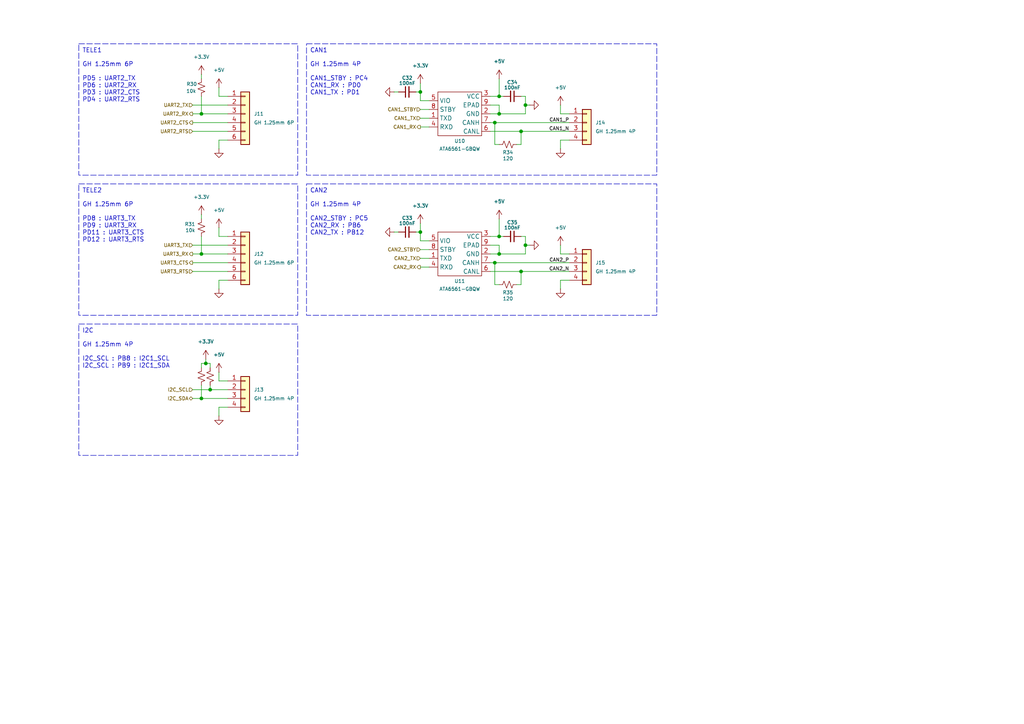
<source format=kicad_sch>
(kicad_sch (version 20231120) (generator "eeschema") (generator_version "8.0")
  (paper "A4")
  (title_block (title "Communication") (date "2025-02-23") (rev "A") (company "NARAE") (comment 1 "INHA Univ. Areo-modelling Club") (comment 2 "2024 Winter UAV Project "))
  (lib_symbols
    (symbol "ATA6561-GBQW:ATA6561-GBQW_2"
      (property "Reference" "U" (at 0 7.62 0))
      (symbol "ATA6561-GBQW_2_0_1"
        (pin output line (at -8.89 -1.27 0) (length 2.54) (name "TXD") (number "1"))
        (pin power_in line (at 8.89 0 180) (length 2.54) (name "GND") (number "2"))
        (pin power_in line (at 8.89 5.08 180) (length 2.54) (name "VCC") (number "3"))
        (pin input line (at -8.89 -3.81 0) (length 2.54) (name "RXD") (number "4"))
        (pin power_in line (at -8.89 3.81 0) (length 2.54) (name "VIO") (number "5"))
        (pin bidirectional line (at 8.89 -5.08 180) (length 2.54) (name "CANL") (number "6"))
        (pin bidirectional line (at -8.89 1.27 0) (length 2.54) (name "STBY") (number "8"))
      )
      (symbol "ATA6561-GBQW_2_1_1"
        (rectangle (start -6.35 6.35) (end 6.35 -6.35))
        (pin bidirectional line (at 8.89 -2.54 180) (length 2.54) (name "CANH") (number "7"))
        (pin power_in line (at 8.89 2.54 180) (length 2.54) (name "EPAD") (number "9"))
      )
    )
    (symbol "Connector_Generic:Conn_01x04" (pin_names (offset 1.016) hide)
      (property "Reference" "J" (at 0 5.08 0))
      (property "Value" "Conn_01x04" (at 0 -7.62 0))
      (symbol "Conn_01x04_1_1"
        (rectangle (start -1.27 -4.953) (end 0 -5.207) (stroke (width 0.1524)))
        (rectangle (start -1.27 -2.413) (end 0 -2.667) (stroke (width 0.1524)))
        (rectangle (start -1.27 0.127) (end 0 -0.127) (stroke (width 0.1524)))
        (rectangle (start -1.27 2.667) (end 0 2.413) (stroke (width 0.1524)))
        (rectangle (start -1.27 3.81) (end 1.27 -6.35) (stroke (width 0.254)) (fill (type background)))
        (pin passive line (at -5.08 2.54 0) (length 3.81) (name "Pin_1") (number "1"))
        (pin passive line (at -5.08 0 0) (length 3.81) (name "Pin_2") (number "2"))
        (pin passive line (at -5.08 -2.54 0) (length 3.81) (name "Pin_3") (number "3"))
        (pin passive line (at -5.08 -5.08 0) (length 3.81) (name "Pin_4") (number "4"))
      )
    )
    (symbol "Connector_Generic:Conn_01x06" (pin_names (offset 1.016) hide)
      (property "Reference" "J" (at 0 7.62 0))
      (property "Value" "Conn_01x06" (at 0 -10.16 0))
      (symbol "Conn_01x06_1_1"
        (rectangle (start -1.27 -7.493) (end 0 -7.747) (stroke (width 0.1524)))
        (rectangle (start -1.27 -4.953) (end 0 -5.207) (stroke (width 0.1524)))
        (rectangle (start -1.27 -2.413) (end 0 -2.667) (stroke (width 0.1524)))
        (rectangle (start -1.27 0.127) (end 0 -0.127) (stroke (width 0.1524)))
        (rectangle (start -1.27 2.667) (end 0 2.413) (stroke (width 0.1524)))
        (rectangle (start -1.27 5.207) (end 0 4.953) (stroke (width 0.1524)))
        (rectangle (start -1.27 6.35) (end 1.27 -8.89) (stroke (width 0.254)) (fill (type background)))
        (pin passive line (at -5.08 5.08 0) (length 3.81) (name "Pin_1") (number "1"))
        (pin passive line (at -5.08 2.54 0) (length 3.81) (name "Pin_2") (number "2"))
        (pin passive line (at -5.08 0 0) (length 3.81) (name "Pin_3") (number "3"))
        (pin passive line (at -5.08 -2.54 0) (length 3.81) (name "Pin_4") (number "4"))
        (pin passive line (at -5.08 -5.08 0) (length 3.81) (name "Pin_5") (number "5"))
        (pin passive line (at -5.08 -7.62 0) (length 3.81) (name "Pin_6") (number "6"))
      )
    )
    (symbol "Device:C_Small" (pin_numbers hide) (pin_names (offset 0.254) hide)
      (property "Reference" "C" (at 0.254 1.778 0))
      (property "Value" "C_Small" (at 0.254 -2.032 0))
      (symbol "C_Small_0_1"
        (polyline (pts (xy -1.524 -0.508) (xy 1.524 -0.508)) (stroke (width 0.3302)))
        (polyline (pts (xy -1.524 0.508) (xy 1.524 0.508)) (stroke (width 0.3048)))
      )
      (symbol "C_Small_1_1"
        (pin passive line (at 0 2.54 270) (length 2.032) (name "~") (number "1"))
        (pin passive line (at 0 -2.54 90) (length 2.032) (name "~") (number "2"))
      )
    )
    (symbol "Device:R_Small_US" (pin_numbers hide) (pin_names (offset 0.254) hide)
      (property "Reference" "R" (at 0.762 0.508 0))
      (property "Value" "R_Small_US" (at 0.762 -1.016 0))
      (symbol "R_Small_US_1_1"
        (polyline (pts (xy 0 0) (xy 1.016 -0.381) (xy 0 -0.762) (xy -1.016 -1.143) (xy 0 -1.524)))
        (polyline (pts (xy 0 1.524) (xy 1.016 1.143) (xy 0 0.762) (xy -1.016 0.381) (xy 0 0)))
        (pin passive line (at 0 2.54 270) (length 1.016) (name "~") (number "1"))
        (pin passive line (at 0 -2.54 90) (length 1.016) (name "~") (number "2"))
      )
    )
    (symbol "power:+3.3V" (power) (pin_numbers hide) (pin_names (offset 0) hide)
      (property "Value" "+3.3V" (at 0 3.556 0))
      (symbol "+3.3V_0_1"
        (polyline (pts (xy -0.762 1.27) (xy 0 2.54)))
        (polyline (pts (xy 0 0) (xy 0 2.54)))
        (polyline (pts (xy 0 2.54) (xy 0.762 1.27)))
      )
      (symbol "+3.3V_1_1"
        (pin power_in line (at 0 0 90) (length 0) (name "~") (number "1"))
      )
    )
    (symbol "power:+5V" (power) (pin_numbers hide) (pin_names (offset 0) hide)
      (property "Value" "+5V" (at 0 3.556 0))
      (symbol "+5V_0_1"
        (polyline (pts (xy -0.762 1.27) (xy 0 2.54)))
        (polyline (pts (xy 0 0) (xy 0 2.54)))
        (polyline (pts (xy 0 2.54) (xy 0.762 1.27)))
      )
      (symbol "+5V_1_1"
        (pin power_in line (at 0 0 90) (length 0) (name "~") (number "1"))
      )
    )
    (symbol "power:GND" (power) (pin_numbers hide) (pin_names (offset 0) hide)
      (property "Value" "GND" (at 0 -3.81 0))
      (symbol "GND_0_1"
        (polyline (pts (xy 0 0) (xy 0 -1.27) (xy 1.27 -1.27) (xy 0 -2.54) (xy -1.27 -1.27) (xy 0 -1.27)))
      )
      (symbol "GND_1_1"
        (pin power_in line (at 0 0 270) (length 0) (name "~") (number "1"))
      )
    )
  )
  (junction (at 144.78 33.02))
  (junction (at 151.13 78.74))
  (junction (at 152.4 30.48))
  (junction (at 58.42 73.66))
  (junction (at 58.42 115.57))
  (junction (at 143.51 35.56))
  (junction (at 144.78 73.66))
  (junction (at 121.92 26.67))
  (junction (at 60.96 113.03))
  (junction (at 58.42 33.02))
  (junction (at 144.78 68.58))
  (junction (at 144.78 27.94))
  (junction (at 151.13 38.1))
  (junction (at 121.92 67.31))
  (junction (at 152.4 71.12))
  (junction (at 59.69 105.41))
  (junction (at 143.51 76.2))
  (wire (pts (xy 66.04 81.28) (xy 63.5 81.28)))
  (wire (pts (xy 144.78 71.12) (xy 144.78 73.66)))
  (wire (pts (xy 121.92 67.31) (xy 121.92 69.85)))
  (wire (pts (xy 60.96 105.41) (xy 59.69 105.41)))
  (wire (pts (xy 55.88 73.66) (xy 58.42 73.66)))
  (wire (pts (xy 63.5 107.95) (xy 63.5 110.49)))
  (wire (pts (xy 144.78 22.86) (xy 144.78 27.94)))
  (wire (pts (xy 142.24 78.74) (xy 151.13 78.74)))
  (wire (pts (xy 151.13 78.74) (xy 151.13 82.55)))
  (wire (pts (xy 144.78 68.58) (xy 146.05 68.58)))
  (wire (pts (xy 152.4 71.12) (xy 152.4 73.66)))
  (wire (pts (xy 144.78 33.02) (xy 152.4 33.02)))
  (wire (pts (xy 121.92 77.47) (xy 124.46 77.47)))
  (wire (pts (xy 142.24 33.02) (xy 144.78 33.02)))
  (wire (pts (xy 55.88 33.02) (xy 58.42 33.02)))
  (wire (pts (xy 58.42 27.94) (xy 58.42 33.02)))
  (wire (pts (xy 143.51 35.56) (xy 165.1 35.56)))
  (wire (pts (xy 165.1 81.28) (xy 162.56 81.28)))
  (wire (pts (xy 63.5 25.4) (xy 63.5 27.94)))
  (wire (pts (xy 149.86 82.55) (xy 151.13 82.55)))
  (wire (pts (xy 114.3 67.31) (xy 115.57 67.31)))
  (wire (pts (xy 162.56 40.64) (xy 162.56 43.18)))
  (wire (pts (xy 152.4 30.48) (xy 152.4 33.02)))
  (wire (pts (xy 55.88 38.1) (xy 66.04 38.1)))
  (wire (pts (xy 58.42 21.59) (xy 58.42 22.86)))
  (wire (pts (xy 143.51 41.91) (xy 143.51 35.56)))
  (wire (pts (xy 149.86 41.91) (xy 151.13 41.91)))
  (wire (pts (xy 144.78 82.55) (xy 143.51 82.55)))
  (wire (pts (xy 162.56 71.12) (xy 162.56 73.66)))
  (wire (pts (xy 143.51 82.55) (xy 143.51 76.2)))
  (wire (pts (xy 58.42 73.66) (xy 66.04 73.66)))
  (wire (pts (xy 58.42 62.23) (xy 58.42 63.5)))
  (wire (pts (xy 144.78 27.94) (xy 146.05 27.94)))
  (wire (pts (xy 144.78 63.5) (xy 144.78 68.58)))
  (wire (pts (xy 63.5 68.58) (xy 66.04 68.58)))
  (wire (pts (xy 120.65 26.67) (xy 121.92 26.67)))
  (wire (pts (xy 124.46 69.85) (xy 121.92 69.85)))
  (wire (pts (xy 121.92 26.67) (xy 121.92 29.21)))
  (wire (pts (xy 151.13 38.1) (xy 151.13 41.91)))
  (wire (pts (xy 142.24 38.1) (xy 151.13 38.1)))
  (wire (pts (xy 142.24 68.58) (xy 144.78 68.58)))
  (wire (pts (xy 144.78 41.91) (xy 143.51 41.91)))
  (wire (pts (xy 121.92 24.13) (xy 121.92 26.67)))
  (wire (pts (xy 142.24 30.48) (xy 144.78 30.48)))
  (wire (pts (xy 144.78 73.66) (xy 152.4 73.66)))
  (wire (pts (xy 121.92 74.93) (xy 124.46 74.93)))
  (wire (pts (xy 60.96 111.76) (xy 60.96 113.03)))
  (wire (pts (xy 58.42 105.41) (xy 59.69 105.41)))
  (wire (pts (xy 55.88 35.56) (xy 66.04 35.56)))
  (wire (pts (xy 55.88 30.48) (xy 66.04 30.48)))
  (wire (pts (xy 142.24 71.12) (xy 144.78 71.12)))
  (wire (pts (xy 63.5 40.64) (xy 63.5 43.18)))
  (wire (pts (xy 58.42 106.68) (xy 58.42 105.41)))
  (wire (pts (xy 142.24 73.66) (xy 144.78 73.66)))
  (wire (pts (xy 58.42 68.58) (xy 58.42 73.66)))
  (wire (pts (xy 58.42 111.76) (xy 58.42 115.57)))
  (wire (pts (xy 66.04 118.11) (xy 63.5 118.11)))
  (wire (pts (xy 144.78 30.48) (xy 144.78 33.02)))
  (wire (pts (xy 55.88 115.57) (xy 58.42 115.57)))
  (wire (pts (xy 162.56 33.02) (xy 165.1 33.02)))
  (wire (pts (xy 63.5 81.28) (xy 63.5 83.82)))
  (wire (pts (xy 151.13 78.74) (xy 165.1 78.74)))
  (wire (pts (xy 151.13 38.1) (xy 165.1 38.1)))
  (wire (pts (xy 162.56 81.28) (xy 162.56 83.82)))
  (wire (pts (xy 143.51 76.2) (xy 165.1 76.2)))
  (wire (pts (xy 66.04 40.64) (xy 63.5 40.64)))
  (wire (pts (xy 120.65 67.31) (xy 121.92 67.31)))
  (wire (pts (xy 63.5 118.11) (xy 63.5 120.65)))
  (wire (pts (xy 114.3 26.67) (xy 115.57 26.67)))
  (wire (pts (xy 142.24 76.2) (xy 143.51 76.2)))
  (wire (pts (xy 58.42 33.02) (xy 66.04 33.02)))
  (wire (pts (xy 63.5 110.49) (xy 66.04 110.49)))
  (wire (pts (xy 63.5 27.94) (xy 66.04 27.94)))
  (wire (pts (xy 58.42 115.57) (xy 66.04 115.57)))
  (wire (pts (xy 63.5 66.04) (xy 63.5 68.58)))
  (wire (pts (xy 152.4 71.12) (xy 153.67 71.12)))
  (wire (pts (xy 152.4 30.48) (xy 153.67 30.48)))
  (wire (pts (xy 162.56 73.66) (xy 165.1 73.66)))
  (wire (pts (xy 55.88 76.2) (xy 66.04 76.2)))
  (wire (pts (xy 55.88 113.03) (xy 60.96 113.03)))
  (wire (pts (xy 121.92 64.77) (xy 121.92 67.31)))
  (wire (pts (xy 60.96 106.68) (xy 60.96 105.41)))
  (wire (pts (xy 152.4 68.58) (xy 152.4 71.12)))
  (wire (pts (xy 59.69 105.41) (xy 59.69 104.14)))
  (wire (pts (xy 142.24 27.94) (xy 144.78 27.94)))
  (wire (pts (xy 121.92 36.83) (xy 124.46 36.83)))
  (wire (pts (xy 55.88 71.12) (xy 66.04 71.12)))
  (wire (pts (xy 121.92 31.75) (xy 124.46 31.75)))
  (wire (pts (xy 124.46 29.21) (xy 121.92 29.21)))
  (wire (pts (xy 162.56 30.48) (xy 162.56 33.02)))
  (wire (pts (xy 55.88 78.74) (xy 66.04 78.74)))
  (wire (pts (xy 165.1 40.64) (xy 162.56 40.64)))
  (wire (pts (xy 152.4 27.94) (xy 152.4 30.48)))
  (wire (pts (xy 60.96 113.03) (xy 66.04 113.03)))
  (wire (pts (xy 151.13 27.94) (xy 152.4 27.94)))
  (wire (pts (xy 121.92 72.39) (xy 124.46 72.39)))
  (wire (pts (xy 151.13 68.58) (xy 152.4 68.58)))
  (wire (pts (xy 142.24 35.56) (xy 143.51 35.56)))
  (wire (pts (xy 121.92 34.29) (xy 124.46 34.29)))
  (rectangle (start 22.86 12.7) (end 86.36 50.8) (stroke (width 0) (type dash)))
  (rectangle (start 22.86 53.34) (end 86.36 91.44) (stroke (width 0) (type dash)))
  (rectangle (start 88.9 53.34) (end 190.5 91.44) (stroke (width 0) (type dash)))
  (rectangle (start 88.9 12.7) (end 190.5 50.8) (stroke (width 0) (type dash)))
  (rectangle (start 22.86 93.98) (end 86.36 132.08) (stroke (width 0) (type dash)))
  (text "CAN2" (at 89.916 56.134 0) (effects (font (size 1.27 1.27)) (justify left bottom)))
  (text "GH 1.25mm 4P\n\nCAN2_STBY : PC5\nCAN2_RX : PB6\nCAN2_TX : PB12" (at 89.916 58.674 0) (effects (font (size 1.27 1.27)) (justify left top)))
  (text "GH 1.25mm 4P\n\nCAN1_STBY : PC4\nCAN1_RX : PD0\nCAN1_TX : PD1" (at 89.916 18.034 0) (effects (font (size 1.27 1.27)) (justify left top)))
  (text "TELE1" (at 23.876 15.494 0) (effects (font (size 1.27 1.27)) (justify left bottom)))
  (text "CAN1" (at 89.916 15.494 0) (effects (font (size 1.27 1.27)) (justify left bottom)))
  (text "GH 1.25mm 6P\n\nPD5 : UART2_TX\nPD6 : UART2_RX\nPD3 : UART2_CTS\nPD4 : UART2_RTS" (at 23.876 18.034 0) (effects (font (size 1.27 1.27)) (justify left top)))
  (text "GH 1.25mm 6P\n\nPD8 : UART3_TX\nPD9 : UART3_RX\nPD11 : UART3_CTS\nPD12 : UART3_RTS" (at 23.876 58.674 0) (effects (font (size 1.27 1.27)) (justify left top)))
  (text "I2C" (at 23.876 96.774 0) (effects (font (size 1.27 1.27)) (justify left bottom)))
  (text "GH 1.25mm 4P\n\nI2C_SCL : PB8 : I2C1_SCL\nI2C_SCL : PB9 : I2C1_SDA" (at 23.876 99.314 0) (effects (font (size 1.27 1.27)) (justify left top)))
  (text "TELE2" (at 23.876 56.134 0) (effects (font (size 1.27 1.27)) (justify left bottom)))
  (label "CAN2_P" (at 165.1 76.2 180) (effects (font (size 1 1))))
  (label "CAN2_N" (at 165.1 78.74 180) (effects (font (size 1 1))))
  (label "CAN1_P" (at 165.1 35.56 180) (effects (font (size 1 1))))
  (label "CAN1_N" (at 165.1 38.1 180) (effects (font (size 1 1))))
  (hierarchical_label "CAN2_RX" (shape output) (at 121.92 77.47 180) (effects (font (size 1 1))))
  (hierarchical_label "UART2_CTS" (shape output) (at 55.88 35.56 180) (effects (font (size 1 1))))
  (hierarchical_label "CAN2_STBY" (shape input) (at 121.92 72.39 180) (effects (font (size 1 1))))
  (hierarchical_label "CAN1_TX" (shape input) (at 121.92 34.29 180) (effects (font (size 1 1))))
  (hierarchical_label "UART2_RX" (shape output) (at 55.88 33.02 180) (effects (font (size 1 1))))
  (hierarchical_label "I2C_SDA" (shape bidirectional) (at 55.88 115.57 180) (effects (font (size 1 1))))
  (hierarchical_label "UART3_RX" (shape output) (at 55.88 73.66 180) (effects (font (size 1 1))))
  (hierarchical_label "CAN1_STBY" (shape input) (at 121.92 31.75 180) (effects (font (size 1 1))))
  (hierarchical_label "CAN2_TX" (shape input) (at 121.92 74.93 180) (effects (font (size 1 1))))
  (hierarchical_label "UART3_CTS" (shape output) (at 55.88 76.2 180) (effects (font (size 1 1))))
  (hierarchical_label "CAN1_RX" (shape output) (at 121.92 36.83 180) (effects (font (size 1 1))))
  (hierarchical_label "UART3_TX" (shape input) (at 55.88 71.12 180) (effects (font (size 1 1))))
  (hierarchical_label "I2C_SCL" (shape input) (at 55.88 113.03 180) (effects (font (size 1 1))))
  (hierarchical_label "UART2_RTS" (shape input) (at 55.88 38.1 180) (effects (font (size 1 1))))
  (hierarchical_label "UART3_RTS" (shape input) (at 55.88 78.74 180) (effects (font (size 1 1))))
  (hierarchical_label "UART2_TX" (shape input) (at 55.88 30.48 180) (effects (font (size 1 1))))
  (symbol (lib_id "power:+5V") (at 144.78 63.5 0) (unit 1)
    (property "Reference" "#PWR0104" (effects (hide yes)))
    (property "Value" "+5V" (at 144.78 58.42 0) (effects (font (size 1 1))))
    (property "Description" "Power symbol creates a global label with name \"+5V\"" (effects (hide yes)))
  )
  (symbol (lib_id "Device:C_Small") (at 148.59 27.94 270) (unit 1)
    (property "Reference" "C34" (at 148.59 23.876 90) (effects (font (size 1 1))))
    (property "Value" "100nF" (at 148.59 25.4 90) (effects (font (size 1 1))))
    (property "Footprint" "Capacitor_SMD:C_0402_1005Metric" (effects (hide yes)))
    (property "LCSC" "C1525" (effects (hide yes)))
  )
  (symbol (lib_id "power:GND") (at 63.5 120.65 0) (unit 1)
    (property "Reference" "#PWR098" (effects (hide yes)))
    (property "Value" "GND" (effects (hide yes)))
    (property "Description" "Power symbol creates a global label with name \"GND\" , ground" (effects (hide yes)))
  )
  (symbol (lib_id "power:GND") (at 63.5 83.82 0) (unit 1)
    (property "Reference" "#PWR096" (effects (hide yes)))
    (property "Value" "GND" (effects (hide yes)))
    (property "Description" "Power symbol creates a global label with name \"GND\" , ground" (effects (hide yes)))
  )
  (symbol (lib_id "Connector_Generic:Conn_01x06") (at 71.12 33.02 0) (unit 1)
    (property "Reference" "J11" (at 73.66 33.02 0) (effects (font (size 1 1)) (justify left)))
    (property "Value" "GH 1.25mm 6P" (at 73.66 35.56 0) (effects (font (size 1 1)) (justify left)))
    (property "Footprint" "JST_GH:JST_GH_SM06B-GHS-TB_06x1.25mm_Angled" (effects (hide yes)))
    (property "Description" "Generic connector, single row, 01x06, script generated (kicad-library-utils/schlib/autogen/connector/)" (effects (hide yes)))
    (property "LCSC" "C133065" (effects (hide yes)))
  )
  (symbol (lib_id "power:+5V") (at 162.56 30.48 0) (unit 1)
    (property "Reference" "#PWR0107" (effects (hide yes)))
    (property "Value" "+5V" (at 162.56 25.4 0) (effects (font (size 1 1))))
    (property "Description" "Power symbol creates a global label with name \"+5V\"" (effects (hide yes)))
  )
  (symbol (lib_id "power:+5V") (at 162.56 71.12 0) (unit 1)
    (property "Reference" "#PWR0109" (effects (hide yes)))
    (property "Value" "+5V" (at 162.56 66.04 0) (effects (font (size 1 1))))
    (property "Description" "Power symbol creates a global label with name \"+5V\"" (effects (hide yes)))
  )
  (symbol (lib_id "Device:R_Small_US") (at 58.42 109.22 0) (mirror y) (unit 1)
    (property "Reference" "R32" (effects (hide yes)))
    (property "Value" "10k" (effects (hide yes)))
    (property "Footprint" "Resistor_SMD:R_0402_1005Metric" (effects (hide yes)))
    (property "Description" "Resistor, small US symbol" (effects (hide yes)))
    (property "LCSC" "C25531" (effects (hide yes)))
  )
  (symbol (lib_id "power:+5V") (at 63.5 107.95 0) (unit 1)
    (property "Reference" "#PWR097" (effects (hide yes)))
    (property "Value" "+5V" (at 63.5 102.87 0) (effects (font (size 1 1))))
    (property "Description" "Power symbol creates a global label with name \"+5V\"" (effects (hide yes)))
  )
  (symbol (lib_id "Device:R_Small_US") (at 147.32 82.55 90) (unit 1)
    (property "Reference" "R35" (at 147.32 84.836 90) (effects (font (size 1 1))))
    (property "Value" "120" (at 147.32 86.614 90) (effects (font (size 1 1))))
    (property "Footprint" "Resistor_SMD:R_0402_1005Metric" (effects (hide yes)))
    (property "Description" "Resistor, small US symbol" (effects (hide yes)))
    (property "LCSC" " C25079" (effects (hide yes)))
  )
  (symbol (lib_id "power:+3.3V") (at 121.92 24.13 0) (unit 1)
    (property "Reference" "#PWR0101" (effects (hide yes)))
    (property "Value" "+3.3V" (at 121.92 19.05 0) (effects (font (size 1 1))))
    (property "Description" "Power symbol creates a global label with name \"+3.3V\"" (effects (hide yes)))
  )
  (symbol (lib_id "Device:C_Small") (at 118.11 67.31 90) (mirror x) (unit 1)
    (property "Reference" "C33" (at 118.11 63.246 90) (effects (font (size 1 1))))
    (property "Value" "100nF" (at 118.11 64.77 90) (effects (font (size 1 1))))
    (property "Footprint" "Capacitor_SMD:C_0402_1005Metric" (effects (hide yes)))
    (property "LCSC" "C1525" (effects (hide yes)))
  )
  (symbol (lib_id "Device:R_Small_US") (at 58.42 66.04 0) (mirror y) (unit 1)
    (property "Reference" "R31" (at 56.642 65.024 0) (effects (font (size 1 1)) (justify left)))
    (property "Value" "10k" (at 56.642 66.802 0) (effects (font (size 1 1)) (justify left)))
    (property "Footprint" "Resistor_SMD:R_0402_1005Metric" (effects (hide yes)))
    (property "Description" "Resistor, small US symbol" (effects (hide yes)))
    (property "LCSC" "C25531" (effects (hide yes)))
  )
  (symbol (lib_id "power:+5V") (at 63.5 66.04 0) (unit 1)
    (property "Reference" "#PWR095" (effects (hide yes)))
    (property "Value" "+5V" (at 63.5 60.96 0) (effects (font (size 1 1))))
    (property "Description" "Power symbol creates a global label with name \"+5V\"" (effects (hide yes)))
  )
  (symbol (lib_id "power:GND") (at 114.3 67.31 270) (unit 1)
    (property "Reference" "#PWR0100" (effects (hide yes)))
    (property "Value" "GND" (effects (hide yes)))
    (property "Description" "Power symbol creates a global label with name \"GND\" , ground" (effects (hide yes)))
  )
  (symbol (lib_id "Device:R_Small_US") (at 58.42 25.4 0) (mirror y) (unit 1)
    (property "Reference" "R30" (at 57.15 24.384 0) (effects (font (size 1 1)) (justify left)))
    (property "Value" "10k" (at 56.896 26.416 0) (effects (font (size 1 1)) (justify left)))
    (property "Footprint" "Resistor_SMD:R_0402_1005Metric" (effects (hide yes)))
    (property "Description" "Resistor, small US symbol" (effects (hide yes)))
    (property "LCSC" "C25531" (effects (hide yes)))
  )
  (symbol (lib_id "Connector_Generic:Conn_01x04") (at 71.12 113.03 0) (unit 1)
    (property "Reference" "J13" (at 73.66 113.03 0) (effects (font (size 1 1)) (justify left)))
    (property "Value" "GH 1.25mm 4P" (at 73.66 115.57 0) (effects (font (size 1 1)) (justify left)))
    (property "Footprint" "JST_GH:JST_GH_SM04B-GHS-TB_04x1.25mm_Angled" (effects (hide yes)))
    (property "Description" "Generic connector, single row, 01x04, script generated (kicad-library-utils/schlib/autogen/connector/)" (effects (hide yes)))
    (property "LCSC" "C189895" (effects (hide yes)))
  )
  (symbol (lib_id "power:GND") (at 162.56 43.18 0) (unit 1)
    (property "Reference" "#PWR0108" (effects (hide yes)))
    (property "Value" "GND" (effects (hide yes)))
    (property "Description" "Power symbol creates a global label with name \"GND\" , ground" (effects (hide yes)))
  )
  (symbol (lib_id "power:+3.3V") (at 59.69 104.14 0) (unit 1)
    (property "Reference" "#PWR092" (effects (hide yes)))
    (property "Value" "+3.3V" (at 59.69 99.06 0) (effects (font (size 1 1))))
    (property "Description" "Power symbol creates a global label with name \"+3.3V\"" (effects (hide yes)))
  )
  (symbol (lib_id "power:GND") (at 153.67 30.48 90) (unit 1)
    (property "Reference" "#PWR0105" (effects (hide yes)))
    (property "Value" "GND" (effects (hide yes)))
    (property "Description" "Power symbol creates a global label with name \"GND\" , ground" (effects (hide yes)))
  )
  (symbol (lib_id "power:GND") (at 153.67 71.12 90) (unit 1)
    (property "Reference" "#PWR0106" (effects (hide yes)))
    (property "Value" "GND" (effects (hide yes)))
    (property "Description" "Power symbol creates a global label with name \"GND\" , ground" (effects (hide yes)))
  )
  (symbol (lib_id "ATA6561-GBQW:ATA6561-GBQW_2") (at 133.35 33.02 0) (unit 1)
    (property "Reference" "U10" (at 133.35 40.894 0) (effects (font (size 1 1))))
    (property "Value" "ATA6561-GBQW" (at 133.35 43.18 0) (effects (font (size 1 1))))
    (property "Footprint" "ATA6561:VDFN8_3X3_MCH-L" (effects (hide yes)))
    (property "Datasheet" "ATA6561-GAQW" (effects (hide yes)))
    (property "LCSC" "C617297" (effects (hide yes)))
  )
  (symbol (lib_id "power:+3.3V") (at 121.92 64.77 0) (unit 1)
    (property "Reference" "#PWR0102" (effects (hide yes)))
    (property "Value" "+3.3V" (at 121.92 59.69 0) (effects (font (size 1 1))))
    (property "Description" "Power symbol creates a global label with name \"+3.3V\"" (effects (hide yes)))
  )
  (symbol (lib_id "power:+3.3V") (at 58.42 21.59 0) (unit 1)
    (property "Reference" "#PWR090" (effects (hide yes)))
    (property "Value" "+3.3V" (at 58.42 16.51 0) (effects (font (size 1 1))))
    (property "Description" "Power symbol creates a global label with name \"+3.3V\"" (effects (hide yes)))
  )
  (symbol (lib_id "power:GND") (at 162.56 83.82 0) (unit 1)
    (property "Reference" "#PWR0110" (effects (hide yes)))
    (property "Value" "GND" (effects (hide yes)))
    (property "Description" "Power symbol creates a global label with name \"GND\" , ground" (effects (hide yes)))
  )
  (symbol (lib_id "Device:C_Small") (at 148.59 68.58 270) (unit 1)
    (property "Reference" "C35" (at 148.59 64.516 90) (effects (font (size 1 1))))
    (property "Value" "100nF" (at 148.59 66.04 90) (effects (font (size 1 1))))
    (property "Footprint" "Capacitor_SMD:C_0402_1005Metric" (effects (hide yes)))
    (property "LCSC" "C1525" (effects (hide yes)))
  )
  (symbol (lib_id "Device:C_Small") (at 118.11 26.67 90) (mirror x) (unit 1)
    (property "Reference" "C32" (at 118.11 22.606 90) (effects (font (size 1 1))))
    (property "Value" "100nF" (at 118.11 24.13 90) (effects (font (size 1 1))))
    (property "Footprint" "Capacitor_SMD:C_0402_1005Metric" (effects (hide yes)))
    (property "LCSC" "C1525" (effects (hide yes)))
  )
  (symbol (lib_id "Connector_Generic:Conn_01x04") (at 170.18 76.2 0) (unit 1)
    (property "Reference" "J15" (at 172.72 76.2 0) (effects (font (size 1 1)) (justify left)))
    (property "Value" "GH 1.25mm 4P" (at 172.72 78.74 0) (effects (font (size 1 1)) (justify left)))
    (property "Footprint" "JST_GH:JST_GH_SM04B-GHS-TB_04x1.25mm_Angled" (effects (hide yes)))
    (property "Description" "Generic connector, single row, 01x04, script generated (kicad-library-utils/schlib/autogen/connector/)" (effects (hide yes)))
    (property "LCSC" "C189895" (effects (hide yes)))
  )
  (symbol (lib_id "power:+3.3V") (at 58.42 62.23 0) (unit 1)
    (property "Reference" "#PWR091" (effects (hide yes)))
    (property "Value" "+3.3V" (at 58.42 57.15 0) (effects (font (size 1 1))))
    (property "Description" "Power symbol creates a global label with name \"+3.3V\"" (effects (hide yes)))
  )
  (symbol (lib_id "Connector_Generic:Conn_01x06") (at 71.12 73.66 0) (unit 1)
    (property "Reference" "J12" (at 73.66 73.66 0) (effects (font (size 1 1)) (justify left)))
    (property "Value" "GH 1.25mm 6P" (at 73.66 76.2 0) (effects (font (size 1 1)) (justify left)))
    (property "Footprint" "JST_GH:JST_GH_SM06B-GHS-TB_06x1.25mm_Angled" (effects (hide yes)))
    (property "Description" "Generic connector, single row, 01x06, script generated (kicad-library-utils/schlib/autogen/connector/)" (effects (hide yes)))
    (property "LCSC" "C133065" (effects (hide yes)))
  )
  (symbol (lib_id "Device:R_Small_US") (at 60.96 109.22 0) (mirror y) (unit 1)
    (property "Reference" "R33" (effects (hide yes)))
    (property "Value" "10k" (effects (hide yes)))
    (property "Footprint" "Resistor_SMD:R_0402_1005Metric" (effects (hide yes)))
    (property "Description" "Resistor, small US symbol" (effects (hide yes)))
    (property "LCSC" "C25531" (effects (hide yes)))
  )
  (symbol (lib_id "power:GND") (at 114.3 26.67 270) (unit 1)
    (property "Reference" "#PWR099" (effects (hide yes)))
    (property "Value" "GND" (effects (hide yes)))
    (property "Description" "Power symbol creates a global label with name \"GND\" , ground" (effects (hide yes)))
  )
  (symbol (lib_id "Device:R_Small_US") (at 147.32 41.91 90) (unit 1)
    (property "Reference" "R34" (at 147.32 44.196 90) (effects (font (size 1 1))))
    (property "Value" "120" (at 147.32 45.974 90) (effects (font (size 1 1))))
    (property "Footprint" "Resistor_SMD:R_0402_1005Metric" (effects (hide yes)))
    (property "Description" "Resistor, small US symbol" (effects (hide yes)))
    (property "LCSC" " C25079" (effects (hide yes)))
  )
  (symbol (lib_id "power:+5V") (at 144.78 22.86 0) (unit 1)
    (property "Reference" "#PWR0103" (effects (hide yes)))
    (property "Value" "+5V" (at 144.78 17.78 0) (effects (font (size 1 1))))
    (property "Description" "Power symbol creates a global label with name \"+5V\"" (effects (hide yes)))
  )
  (symbol (lib_id "power:GND") (at 63.5 43.18 0) (unit 1)
    (property "Reference" "#PWR094" (effects (hide yes)))
    (property "Value" "GND" (effects (hide yes)))
    (property "Description" "Power symbol creates a global label with name \"GND\" , ground" (effects (hide yes)))
  )
  (symbol (lib_id "Connector_Generic:Conn_01x04") (at 170.18 35.56 0) (unit 1)
    (property "Reference" "J14" (at 172.72 35.56 0) (effects (font (size 1 1)) (justify left)))
    (property "Value" "GH 1.25mm 4P" (at 172.72 38.1 0) (effects (font (size 1 1)) (justify left)))
    (property "Footprint" "JST_GH:JST_GH_SM04B-GHS-TB_04x1.25mm_Angled" (effects (hide yes)))
    (property "Description" "Generic connector, single row, 01x04, script generated (kicad-library-utils/schlib/autogen/connector/)" (effects (hide yes)))
    (property "LCSC" "C189895" (effects (hide yes)))
  )
  (symbol (lib_id "ATA6561-GBQW:ATA6561-GBQW_2") (at 133.35 73.66 0) (unit 1)
    (property "Reference" "U11" (at 133.35 81.534 0) (effects (font (size 1 1))))
    (property "Value" "ATA6561-GBQW" (at 133.35 83.82 0) (effects (font (size 1 1))))
    (property "Footprint" "ATA6561:VDFN8_3X3_MCH-L" (effects (hide yes)))
    (property "Datasheet" "ATA6561-GAQW" (effects (hide yes)))
    (property "LCSC" "C617297" (effects (hide yes)))
  )
  (symbol (lib_id "power:+5V") (at 63.5 25.4 0) (unit 1)
    (property "Reference" "#PWR093" (effects (hide yes)))
    (property "Value" "+5V" (at 63.5 20.32 0) (effects (font (size 1 1))))
    (property "Description" "Power symbol creates a global label with name \"+5V\"" (effects (hide yes)))
  )
)
</source>
